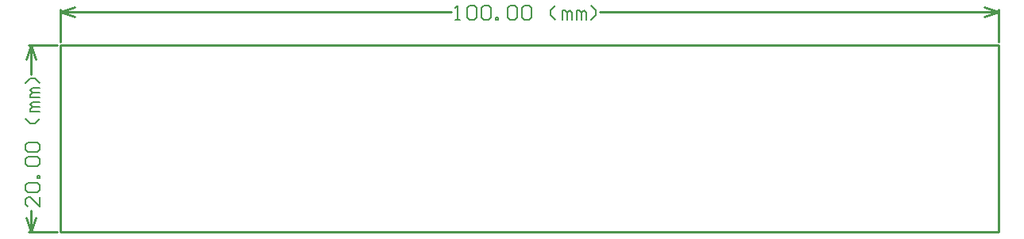
<source format=gko>
%FSLAX25Y25*%
%MOIN*%
G70*
G01*
G75*
G04 Layer_Color=16711935*
%ADD10R,0.05118X0.15748*%
%ADD11R,0.03937X0.03150*%
%ADD12R,0.03150X0.03937*%
%ADD13R,0.01969X0.07874*%
%ADD14O,0.01969X0.07874*%
%ADD15R,0.06299X0.05906*%
%ADD16R,0.01575X0.03937*%
%ADD17R,0.03150X0.02559*%
%ADD18R,0.03937X0.04724*%
%ADD19R,0.04724X0.03937*%
%ADD20R,0.07874X0.04134*%
%ADD21R,0.26772X0.25984*%
%ADD22O,0.08500X0.02362*%
%ADD23R,0.08500X0.02362*%
%ADD24R,0.03937X0.01575*%
%ADD25R,0.04724X0.05906*%
%ADD26C,0.04724*%
%ADD27R,0.05118X0.01260*%
%ADD28R,0.05906X0.01378*%
%ADD29P,0.06392X8X22.5*%
G04:AMPARAMS|DCode=30|XSize=39.37mil|YSize=59.06mil|CornerRadius=0mil|HoleSize=0mil|Usage=FLASHONLY|Rotation=180.000|XOffset=0mil|YOffset=0mil|HoleType=Round|Shape=Octagon|*
%AMOCTAGOND30*
4,1,8,0.00984,-0.02953,-0.00984,-0.02953,-0.01969,-0.01969,-0.01969,0.01969,-0.00984,0.02953,0.00984,0.02953,0.01969,0.01969,0.01969,-0.01969,0.00984,-0.02953,0.0*
%
%ADD30OCTAGOND30*%

%ADD31C,0.01181*%
%ADD32C,0.03937*%
%ADD33C,0.03150*%
%ADD34C,0.01969*%
%ADD35C,0.02362*%
%ADD36C,0.00600*%
%ADD37R,0.04764X0.28031*%
%ADD38R,0.04646X0.26732*%
%ADD39R,0.07356X0.27834*%
%ADD40R,0.05236X0.08032*%
%ADD41R,0.07244X0.06654*%
%ADD42C,0.07087*%
%ADD43R,0.05906X0.05906*%
%ADD44C,0.05906*%
%ADD45R,0.05906X0.05906*%
%ADD46O,0.05906X0.07874*%
%ADD47C,0.02559*%
%ADD48C,0.01969*%
%ADD49C,0.00787*%
%ADD50C,0.00984*%
%ADD51C,0.00472*%
%ADD52C,0.00500*%
%ADD53C,0.00709*%
%ADD54C,0.00591*%
%ADD55C,0.00394*%
%ADD56R,0.05918X0.16548*%
%ADD57R,0.04737X0.03950*%
%ADD58R,0.03950X0.04737*%
%ADD59R,0.02769X0.08674*%
%ADD60O,0.02769X0.08674*%
%ADD61R,0.07099X0.06706*%
%ADD62R,0.02375X0.04737*%
%ADD63R,0.03950X0.03359*%
%ADD64R,0.04737X0.05524*%
%ADD65R,0.05524X0.04737*%
%ADD66R,0.08674X0.04934*%
%ADD67R,0.27572X0.26784*%
%ADD68O,0.09300X0.03162*%
%ADD69R,0.09300X0.03162*%
%ADD70R,0.04737X0.02375*%
%ADD71R,0.05524X0.06706*%
%ADD72C,0.05524*%
%ADD73R,0.05918X0.02060*%
%ADD74R,0.06706X0.02178*%
%ADD75P,0.07258X8X22.5*%
G04:AMPARAMS|DCode=76|XSize=47.37mil|YSize=67.06mil|CornerRadius=0mil|HoleSize=0mil|Usage=FLASHONLY|Rotation=180.000|XOffset=0mil|YOffset=0mil|HoleType=Round|Shape=Octagon|*
%AMOCTAGOND76*
4,1,8,0.01184,-0.03353,-0.01184,-0.03353,-0.02369,-0.02169,-0.02369,0.02169,-0.01184,0.03353,0.01184,0.03353,0.02369,0.02169,0.02369,-0.02169,0.01184,-0.03353,0.0*
%
%ADD76OCTAGOND76*%

%ADD77C,0.07887*%
%ADD78R,0.06706X0.06706*%
%ADD79C,0.06706*%
%ADD80R,0.06706X0.06706*%
%ADD81O,0.06706X0.08674*%
%ADD82C,0.03359*%
%ADD83C,0.01000*%
D36*
X-8803Y14777D02*
Y10779D01*
X-12801Y14777D01*
X-13801D01*
X-14801Y13778D01*
Y11778D01*
X-13801Y10779D01*
Y16777D02*
X-14801Y17777D01*
Y19776D01*
X-13801Y20776D01*
X-9802D01*
X-8803Y19776D01*
Y17777D01*
X-9802Y16777D01*
X-13801D01*
X-8803Y22775D02*
X-9802D01*
Y23775D01*
X-8803D01*
Y22775D01*
X-13801Y27773D02*
X-14801Y28773D01*
Y30772D01*
X-13801Y31772D01*
X-9802D01*
X-8803Y30772D01*
Y28773D01*
X-9802Y27773D01*
X-13801D01*
Y33771D02*
X-14801Y34771D01*
Y36770D01*
X-13801Y37770D01*
X-9802D01*
X-8803Y36770D01*
Y34771D01*
X-9802Y33771D01*
X-13801D01*
X-8803Y47767D02*
X-10802Y45768D01*
X-12801D01*
X-14801Y47767D01*
X-8803Y50766D02*
X-12801D01*
Y51766D01*
X-11802Y52765D01*
X-8803D01*
X-11802D01*
X-12801Y53765D01*
X-11802Y54765D01*
X-8803D01*
Y56764D02*
X-12801D01*
Y57764D01*
X-11802Y58763D01*
X-8803D01*
X-11802D01*
X-12801Y59763D01*
X-11802Y60763D01*
X-8803D01*
Y62762D02*
X-10802Y64761D01*
X-12801D01*
X-14801Y62762D01*
X165760Y89275D02*
X167759D01*
X166760D01*
Y95273D01*
X165760Y94273D01*
X170758D02*
X171758Y95273D01*
X173757D01*
X174757Y94273D01*
Y90275D01*
X173757Y89275D01*
X171758D01*
X170758Y90275D01*
Y94273D01*
X176756D02*
X177756Y95273D01*
X179755D01*
X180755Y94273D01*
Y90275D01*
X179755Y89275D01*
X177756D01*
X176756Y90275D01*
Y94273D01*
X182754Y89275D02*
Y90275D01*
X183754D01*
Y89275D01*
X182754D01*
X187753Y94273D02*
X188752Y95273D01*
X190752D01*
X191752Y94273D01*
Y90275D01*
X190752Y89275D01*
X188752D01*
X187753Y90275D01*
Y94273D01*
X193751D02*
X194751Y95273D01*
X196750D01*
X197750Y94273D01*
Y90275D01*
X196750Y89275D01*
X194751D01*
X193751Y90275D01*
Y94273D01*
X207746Y89275D02*
X205747Y91274D01*
Y93274D01*
X207746Y95273D01*
X210745Y89275D02*
Y93274D01*
X211745D01*
X212745Y92274D01*
Y89275D01*
Y92274D01*
X213744Y93274D01*
X214744Y92274D01*
Y89275D01*
X216743D02*
Y93274D01*
X217743D01*
X218743Y92274D01*
Y89275D01*
Y92274D01*
X219742Y93274D01*
X220742Y92274D01*
Y89275D01*
X222742D02*
X224741Y91274D01*
Y93274D01*
X222742Y95273D01*
D83*
X-13402Y0D02*
X-1500D01*
X-13402Y78740D02*
X-1500D01*
X-12402Y0D02*
Y9179D01*
Y66361D02*
Y78740D01*
Y0D02*
X-10402Y6000D01*
X-14402D02*
X-12402Y0D01*
X-14402Y72740D02*
X-12402Y78740D01*
X-10402Y72740D01*
X393701Y80240D02*
Y93874D01*
X0Y80240D02*
Y93874D01*
X226341Y92874D02*
X393701D01*
X0D02*
X164160D01*
X387701Y94874D02*
X393701Y92874D01*
X387701Y90874D02*
X393701Y92874D01*
X0D02*
X6000Y90874D01*
X0Y92874D02*
X6000Y94874D01*
X0Y78740D02*
X393701D01*
X0Y0D02*
Y78740D01*
Y0D02*
X393701D01*
Y78740D01*
M02*

</source>
